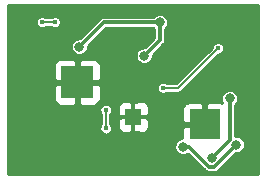
<source format=gbl>
G04 #@! TF.GenerationSoftware,KiCad,Pcbnew,(5.1.9)-1*
G04 #@! TF.CreationDate,2022-12-29T17:40:02+01:00*
G04 #@! TF.ProjectId,FallerCarSystem_v2,46616c6c-6572-4436-9172-53797374656d,rev?*
G04 #@! TF.SameCoordinates,Original*
G04 #@! TF.FileFunction,Copper,L2,Bot*
G04 #@! TF.FilePolarity,Positive*
%FSLAX46Y46*%
G04 Gerber Fmt 4.6, Leading zero omitted, Abs format (unit mm)*
G04 Created by KiCad (PCBNEW (5.1.9)-1) date 2022-12-29 17:40:02*
%MOMM*%
%LPD*%
G01*
G04 APERTURE LIST*
G04 #@! TA.AperFunction,SMDPad,CuDef*
%ADD10R,2.500000X2.500000*%
G04 #@! TD*
G04 #@! TA.AperFunction,ComponentPad*
%ADD11C,0.500000*%
G04 #@! TD*
G04 #@! TA.AperFunction,SMDPad,CuDef*
%ADD12R,1.360000X1.460000*%
G04 #@! TD*
G04 #@! TA.AperFunction,ComponentPad*
%ADD13C,0.400000*%
G04 #@! TD*
G04 #@! TA.AperFunction,SMDPad,CuDef*
%ADD14R,2.700000X2.700000*%
G04 #@! TD*
G04 #@! TA.AperFunction,ViaPad*
%ADD15C,0.800000*%
G04 #@! TD*
G04 #@! TA.AperFunction,ViaPad*
%ADD16C,0.400000*%
G04 #@! TD*
G04 #@! TA.AperFunction,Conductor*
%ADD17C,0.300000*%
G04 #@! TD*
G04 #@! TA.AperFunction,Conductor*
%ADD18C,0.127000*%
G04 #@! TD*
G04 #@! TA.AperFunction,Conductor*
%ADD19C,0.254000*%
G04 #@! TD*
G04 #@! TA.AperFunction,Conductor*
%ADD20C,0.100000*%
G04 #@! TD*
G04 APERTURE END LIST*
D10*
X157470000Y-65542000D03*
D11*
X156470000Y-64542000D03*
X158470000Y-64542000D03*
X156470000Y-66542000D03*
X158470000Y-66542000D03*
D12*
X151434800Y-64922400D03*
D13*
X151884800Y-64422400D03*
X151884800Y-65422400D03*
X150984800Y-65422400D03*
X150984800Y-64422400D03*
D11*
X145585000Y-60876000D03*
X147785000Y-60876000D03*
X145585000Y-63076000D03*
X147785000Y-63076000D03*
D14*
X146685000Y-61976000D03*
D15*
X158068086Y-68406077D03*
X159595390Y-63331314D03*
D16*
X158597600Y-59105800D03*
X153974800Y-62458600D03*
X144776363Y-56883990D03*
X143713200Y-56896000D03*
D15*
X160528000Y-58674000D03*
X148467954Y-59088115D03*
D16*
X146320610Y-56905990D03*
D15*
X150774400Y-59823300D03*
D16*
X152149251Y-56188077D03*
X150933884Y-56184800D03*
X154314026Y-57983728D03*
X142494000Y-56794400D03*
X142494000Y-58775600D03*
X142494000Y-60807600D03*
X142494000Y-62839600D03*
X142494000Y-64922400D03*
X142494000Y-66954400D03*
X142494000Y-68986400D03*
X145669000Y-68072000D03*
X147701000Y-68072000D03*
X149733000Y-68122800D03*
X147701000Y-66192400D03*
X150495000Y-57683400D03*
X161953966Y-64820800D03*
X160127202Y-69133198D03*
X156083000Y-69138800D03*
D15*
X151891986Y-66497200D03*
X159976042Y-62483020D03*
X157988000Y-55943500D03*
X153668981Y-56896000D03*
X146862800Y-58978800D03*
X152349200Y-59740800D03*
D16*
X149098000Y-65887600D03*
X149100779Y-64312004D03*
D15*
X155625800Y-67437000D03*
X160172400Y-67259200D03*
D17*
X158068086Y-68406077D02*
X159595390Y-66878773D01*
X159595390Y-66878773D02*
X159595390Y-63331314D01*
D18*
X158597600Y-59105800D02*
X155244800Y-62458600D01*
X155244800Y-62458600D02*
X153974800Y-62458600D01*
X143725210Y-56883990D02*
X143713200Y-56896000D01*
X144776363Y-56883990D02*
X143725210Y-56883990D01*
D17*
X151434800Y-64922400D02*
X151434800Y-63449200D01*
X151434800Y-64922400D02*
X151434800Y-66395600D01*
X151434800Y-64922400D02*
X152755600Y-64922400D01*
D18*
X152349200Y-56184800D02*
X150933884Y-56184800D01*
D17*
X151434800Y-64922400D02*
X149936200Y-64922400D01*
X148945600Y-56896000D02*
X153668981Y-56896000D01*
X146862800Y-58978800D02*
X148945600Y-56896000D01*
X153668981Y-58421019D02*
X153668981Y-56896000D01*
X152349200Y-59740800D02*
X153668981Y-58421019D01*
D18*
X149098000Y-64314783D02*
X149100779Y-64312004D01*
X149098000Y-65887600D02*
X149098000Y-64314783D01*
D17*
X158301599Y-69130001D02*
X160172400Y-67259200D01*
X157826801Y-69130001D02*
X158301599Y-69130001D01*
X156133800Y-67437000D02*
X157826801Y-69130001D01*
X155625800Y-67437000D02*
X156133800Y-67437000D01*
D19*
X161954001Y-69766000D02*
X140814000Y-69766000D01*
X140814000Y-67365397D01*
X154898800Y-67365397D01*
X154898800Y-67508603D01*
X154926738Y-67649058D01*
X154981541Y-67781364D01*
X155061102Y-67900436D01*
X155162364Y-68001698D01*
X155281436Y-68081259D01*
X155413742Y-68136062D01*
X155554197Y-68164000D01*
X155697403Y-68164000D01*
X155837858Y-68136062D01*
X155970164Y-68081259D01*
X156050081Y-68027860D01*
X157472950Y-69450730D01*
X157487880Y-69468922D01*
X157560512Y-69528530D01*
X157643378Y-69572823D01*
X157733293Y-69600098D01*
X157803378Y-69607001D01*
X157803386Y-69607001D01*
X157826801Y-69609307D01*
X157850216Y-69607001D01*
X158278184Y-69607001D01*
X158301599Y-69609307D01*
X158325014Y-69607001D01*
X158325022Y-69607001D01*
X158395107Y-69600098D01*
X158485022Y-69572823D01*
X158567888Y-69528530D01*
X158640520Y-69468922D01*
X158655454Y-69450725D01*
X160119980Y-67986200D01*
X160244003Y-67986200D01*
X160384458Y-67958262D01*
X160516764Y-67903459D01*
X160635836Y-67823898D01*
X160737098Y-67722636D01*
X160816659Y-67603564D01*
X160871462Y-67471258D01*
X160899400Y-67330803D01*
X160899400Y-67187597D01*
X160871462Y-67047142D01*
X160816659Y-66914836D01*
X160737098Y-66795764D01*
X160635836Y-66694502D01*
X160516764Y-66614941D01*
X160384458Y-66560138D01*
X160244003Y-66532200D01*
X160100797Y-66532200D01*
X160072390Y-66537850D01*
X160072390Y-63882448D01*
X160160088Y-63794750D01*
X160239649Y-63675678D01*
X160294452Y-63543372D01*
X160322390Y-63402917D01*
X160322390Y-63259711D01*
X160294452Y-63119256D01*
X160239649Y-62986950D01*
X160160088Y-62867878D01*
X160058826Y-62766616D01*
X159939754Y-62687055D01*
X159807448Y-62632252D01*
X159666993Y-62604314D01*
X159523787Y-62604314D01*
X159383332Y-62632252D01*
X159251026Y-62687055D01*
X159131954Y-62766616D01*
X159030692Y-62867878D01*
X158951131Y-62986950D01*
X158896328Y-63119256D01*
X158868390Y-63259711D01*
X158868390Y-63402917D01*
X158896328Y-63543372D01*
X158951131Y-63675678D01*
X158971758Y-63706549D01*
X158964180Y-63702498D01*
X158844482Y-63666188D01*
X158720000Y-63653928D01*
X157755750Y-63657000D01*
X157597000Y-63815750D01*
X157597000Y-64394680D01*
X157584887Y-64455998D01*
X157585116Y-64630328D01*
X157597000Y-64689665D01*
X157597000Y-65415000D01*
X157617000Y-65415000D01*
X157617000Y-65669000D01*
X157597000Y-65669000D01*
X157597000Y-65689000D01*
X157343000Y-65689000D01*
X157343000Y-65669000D01*
X156617320Y-65669000D01*
X156556002Y-65656887D01*
X156381672Y-65657116D01*
X156322335Y-65669000D01*
X155743750Y-65669000D01*
X155585000Y-65827750D01*
X155582189Y-66710000D01*
X155554197Y-66710000D01*
X155413742Y-66737938D01*
X155281436Y-66792741D01*
X155162364Y-66872302D01*
X155061102Y-66973564D01*
X154981541Y-67092636D01*
X154926738Y-67224942D01*
X154898800Y-67365397D01*
X140814000Y-67365397D01*
X140814000Y-65835695D01*
X148571000Y-65835695D01*
X148571000Y-65939505D01*
X148591252Y-66041320D01*
X148630979Y-66137228D01*
X148688652Y-66223543D01*
X148762057Y-66296948D01*
X148848372Y-66354621D01*
X148944280Y-66394348D01*
X149046095Y-66414600D01*
X149149905Y-66414600D01*
X149251720Y-66394348D01*
X149347628Y-66354621D01*
X149433943Y-66296948D01*
X149507348Y-66223543D01*
X149565021Y-66137228D01*
X149604748Y-66041320D01*
X149625000Y-65939505D01*
X149625000Y-65835695D01*
X149604748Y-65733880D01*
X149565021Y-65637972D01*
X149507348Y-65551657D01*
X149488500Y-65532809D01*
X149488500Y-64669574D01*
X149510127Y-64647947D01*
X149567800Y-64561632D01*
X149607527Y-64465724D01*
X149627779Y-64363909D01*
X149627779Y-64260099D01*
X149614314Y-64192400D01*
X150116728Y-64192400D01*
X150119800Y-64636650D01*
X150205122Y-64721972D01*
X150225872Y-64780192D01*
X150265669Y-64854647D01*
X150369927Y-64851559D01*
X150302139Y-64919347D01*
X150305192Y-64922400D01*
X150302139Y-64925453D01*
X150369927Y-64993241D01*
X150265669Y-64990153D01*
X150200545Y-65127405D01*
X150119800Y-65208150D01*
X150116728Y-65652400D01*
X150128988Y-65776882D01*
X150165298Y-65896580D01*
X150224263Y-66006894D01*
X150303615Y-66103585D01*
X150400306Y-66182937D01*
X150510620Y-66241902D01*
X150630318Y-66278212D01*
X150754800Y-66290472D01*
X151149050Y-66287400D01*
X151206684Y-66229766D01*
X151342592Y-66181328D01*
X151417047Y-66141531D01*
X151414982Y-66071826D01*
X151434800Y-66052008D01*
X151454618Y-66071826D01*
X151452553Y-66141531D01*
X151601154Y-66212040D01*
X151660011Y-66226861D01*
X151720550Y-66287400D01*
X152114800Y-66290472D01*
X152239282Y-66278212D01*
X152358980Y-66241902D01*
X152469294Y-66182937D01*
X152565985Y-66103585D01*
X152645337Y-66006894D01*
X152704302Y-65896580D01*
X152740612Y-65776882D01*
X152752872Y-65652400D01*
X152749800Y-65208150D01*
X152664478Y-65122828D01*
X152643728Y-65064608D01*
X152603931Y-64990153D01*
X152499673Y-64993241D01*
X152567461Y-64925453D01*
X152564408Y-64922400D01*
X152567461Y-64919347D01*
X152499673Y-64851559D01*
X152603931Y-64854647D01*
X152669055Y-64717395D01*
X152749800Y-64636650D01*
X152752183Y-64292000D01*
X155581928Y-64292000D01*
X155585000Y-65256250D01*
X155743750Y-65415000D01*
X156322680Y-65415000D01*
X156383998Y-65427113D01*
X156558328Y-65426884D01*
X156617665Y-65415000D01*
X157343000Y-65415000D01*
X157343000Y-64689320D01*
X157355113Y-64628002D01*
X157354884Y-64453672D01*
X157343000Y-64394335D01*
X157343000Y-63815750D01*
X157184250Y-63657000D01*
X156220000Y-63653928D01*
X156095518Y-63666188D01*
X155975820Y-63702498D01*
X155865506Y-63761463D01*
X155768815Y-63840815D01*
X155689463Y-63937506D01*
X155630498Y-64047820D01*
X155594188Y-64167518D01*
X155581928Y-64292000D01*
X152752183Y-64292000D01*
X152752872Y-64192400D01*
X152740612Y-64067918D01*
X152704302Y-63948220D01*
X152645337Y-63837906D01*
X152565985Y-63741215D01*
X152469294Y-63661863D01*
X152358980Y-63602898D01*
X152239282Y-63566588D01*
X152114800Y-63554328D01*
X151720550Y-63557400D01*
X151662916Y-63615034D01*
X151527008Y-63663472D01*
X151452553Y-63703269D01*
X151454618Y-63772974D01*
X151434800Y-63792792D01*
X151414982Y-63772974D01*
X151417047Y-63703269D01*
X151268446Y-63632760D01*
X151209589Y-63617939D01*
X151149050Y-63557400D01*
X150754800Y-63554328D01*
X150630318Y-63566588D01*
X150510620Y-63602898D01*
X150400306Y-63661863D01*
X150303615Y-63741215D01*
X150224263Y-63837906D01*
X150165298Y-63948220D01*
X150128988Y-64067918D01*
X150116728Y-64192400D01*
X149614314Y-64192400D01*
X149607527Y-64158284D01*
X149567800Y-64062376D01*
X149510127Y-63976061D01*
X149436722Y-63902656D01*
X149350407Y-63844983D01*
X149254499Y-63805256D01*
X149152684Y-63785004D01*
X149048874Y-63785004D01*
X148947059Y-63805256D01*
X148851151Y-63844983D01*
X148764836Y-63902656D01*
X148691431Y-63976061D01*
X148633758Y-64062376D01*
X148594031Y-64158284D01*
X148573779Y-64260099D01*
X148573779Y-64363909D01*
X148594031Y-64465724D01*
X148633758Y-64561632D01*
X148691431Y-64647947D01*
X148707501Y-64664017D01*
X148707500Y-65532809D01*
X148688652Y-65551657D01*
X148630979Y-65637972D01*
X148591252Y-65733880D01*
X148571000Y-65835695D01*
X140814000Y-65835695D01*
X140814000Y-63326000D01*
X144696928Y-63326000D01*
X144709188Y-63450482D01*
X144745498Y-63570180D01*
X144804463Y-63680494D01*
X144883815Y-63777185D01*
X144980506Y-63856537D01*
X145090820Y-63915502D01*
X145210518Y-63951812D01*
X145335000Y-63964072D01*
X146399250Y-63961000D01*
X146558000Y-63802250D01*
X146558000Y-62103000D01*
X146812000Y-62103000D01*
X146812000Y-63802250D01*
X146970750Y-63961000D01*
X148035000Y-63964072D01*
X148159482Y-63951812D01*
X148279180Y-63915502D01*
X148389494Y-63856537D01*
X148486185Y-63777185D01*
X148565537Y-63680494D01*
X148624502Y-63570180D01*
X148660812Y-63450482D01*
X148673072Y-63326000D01*
X148670419Y-62406695D01*
X153447800Y-62406695D01*
X153447800Y-62510505D01*
X153468052Y-62612320D01*
X153507779Y-62708228D01*
X153565452Y-62794543D01*
X153638857Y-62867948D01*
X153725172Y-62925621D01*
X153821080Y-62965348D01*
X153922895Y-62985600D01*
X154026705Y-62985600D01*
X154128520Y-62965348D01*
X154224428Y-62925621D01*
X154310743Y-62867948D01*
X154329591Y-62849100D01*
X155225622Y-62849100D01*
X155244800Y-62850989D01*
X155263978Y-62849100D01*
X155321351Y-62843449D01*
X155394961Y-62821120D01*
X155462800Y-62784860D01*
X155522261Y-62736061D01*
X155534490Y-62721160D01*
X158622850Y-59632800D01*
X158649505Y-59632800D01*
X158751320Y-59612548D01*
X158847228Y-59572821D01*
X158933543Y-59515148D01*
X159006948Y-59441743D01*
X159064621Y-59355428D01*
X159104348Y-59259520D01*
X159124600Y-59157705D01*
X159124600Y-59053895D01*
X159104348Y-58952080D01*
X159064621Y-58856172D01*
X159006948Y-58769857D01*
X158933543Y-58696452D01*
X158847228Y-58638779D01*
X158751320Y-58599052D01*
X158649505Y-58578800D01*
X158545695Y-58578800D01*
X158443880Y-58599052D01*
X158347972Y-58638779D01*
X158261657Y-58696452D01*
X158188252Y-58769857D01*
X158130579Y-58856172D01*
X158090852Y-58952080D01*
X158070600Y-59053895D01*
X158070600Y-59080550D01*
X155083050Y-62068100D01*
X154329591Y-62068100D01*
X154310743Y-62049252D01*
X154224428Y-61991579D01*
X154128520Y-61951852D01*
X154026705Y-61931600D01*
X153922895Y-61931600D01*
X153821080Y-61951852D01*
X153725172Y-61991579D01*
X153638857Y-62049252D01*
X153565452Y-62122657D01*
X153507779Y-62208972D01*
X153468052Y-62304880D01*
X153447800Y-62406695D01*
X148670419Y-62406695D01*
X148670000Y-62261750D01*
X148511250Y-62103000D01*
X146812000Y-62103000D01*
X146558000Y-62103000D01*
X144858750Y-62103000D01*
X144700000Y-62261750D01*
X144696928Y-63326000D01*
X140814000Y-63326000D01*
X140814000Y-60626000D01*
X144696928Y-60626000D01*
X144700000Y-61690250D01*
X144858750Y-61849000D01*
X146558000Y-61849000D01*
X146558000Y-60149750D01*
X146812000Y-60149750D01*
X146812000Y-61849000D01*
X148511250Y-61849000D01*
X148670000Y-61690250D01*
X148673072Y-60626000D01*
X148660812Y-60501518D01*
X148624502Y-60381820D01*
X148565537Y-60271506D01*
X148486185Y-60174815D01*
X148389494Y-60095463D01*
X148279180Y-60036498D01*
X148159482Y-60000188D01*
X148035000Y-59987928D01*
X146970750Y-59991000D01*
X146812000Y-60149750D01*
X146558000Y-60149750D01*
X146399250Y-59991000D01*
X145335000Y-59987928D01*
X145210518Y-60000188D01*
X145090820Y-60036498D01*
X144980506Y-60095463D01*
X144883815Y-60174815D01*
X144804463Y-60271506D01*
X144745498Y-60381820D01*
X144709188Y-60501518D01*
X144696928Y-60626000D01*
X140814000Y-60626000D01*
X140814000Y-58907197D01*
X146135800Y-58907197D01*
X146135800Y-59050403D01*
X146163738Y-59190858D01*
X146218541Y-59323164D01*
X146298102Y-59442236D01*
X146399364Y-59543498D01*
X146518436Y-59623059D01*
X146650742Y-59677862D01*
X146791197Y-59705800D01*
X146934403Y-59705800D01*
X147074858Y-59677862D01*
X147207164Y-59623059D01*
X147326236Y-59543498D01*
X147427498Y-59442236D01*
X147507059Y-59323164D01*
X147561862Y-59190858D01*
X147589800Y-59050403D01*
X147589800Y-58926379D01*
X149143180Y-57373000D01*
X153117847Y-57373000D01*
X153191982Y-57447135D01*
X153191981Y-58223439D01*
X152401621Y-59013800D01*
X152277597Y-59013800D01*
X152137142Y-59041738D01*
X152004836Y-59096541D01*
X151885764Y-59176102D01*
X151784502Y-59277364D01*
X151704941Y-59396436D01*
X151650138Y-59528742D01*
X151622200Y-59669197D01*
X151622200Y-59812403D01*
X151650138Y-59952858D01*
X151704941Y-60085164D01*
X151784502Y-60204236D01*
X151885764Y-60305498D01*
X152004836Y-60385059D01*
X152137142Y-60439862D01*
X152277597Y-60467800D01*
X152420803Y-60467800D01*
X152561258Y-60439862D01*
X152693564Y-60385059D01*
X152812636Y-60305498D01*
X152913898Y-60204236D01*
X152993459Y-60085164D01*
X153048262Y-59952858D01*
X153076200Y-59812403D01*
X153076200Y-59688379D01*
X153989710Y-58774870D01*
X154007902Y-58759940D01*
X154067510Y-58687308D01*
X154111803Y-58604442D01*
X154139078Y-58514527D01*
X154145981Y-58444442D01*
X154145981Y-58444435D01*
X154148287Y-58421020D01*
X154145981Y-58397605D01*
X154145981Y-57447134D01*
X154233679Y-57359436D01*
X154313240Y-57240364D01*
X154368043Y-57108058D01*
X154395981Y-56967603D01*
X154395981Y-56824397D01*
X154368043Y-56683942D01*
X154313240Y-56551636D01*
X154233679Y-56432564D01*
X154132417Y-56331302D01*
X154013345Y-56251741D01*
X153881039Y-56196938D01*
X153740584Y-56169000D01*
X153597378Y-56169000D01*
X153456923Y-56196938D01*
X153324617Y-56251741D01*
X153205545Y-56331302D01*
X153117847Y-56419000D01*
X148969014Y-56419000D01*
X148945599Y-56416694D01*
X148922184Y-56419000D01*
X148922177Y-56419000D01*
X148852092Y-56425903D01*
X148762177Y-56453178D01*
X148679311Y-56497471D01*
X148606679Y-56557079D01*
X148591749Y-56575271D01*
X146915221Y-58251800D01*
X146791197Y-58251800D01*
X146650742Y-58279738D01*
X146518436Y-58334541D01*
X146399364Y-58414102D01*
X146298102Y-58515364D01*
X146218541Y-58634436D01*
X146163738Y-58766742D01*
X146135800Y-58907197D01*
X140814000Y-58907197D01*
X140814000Y-56844095D01*
X143186200Y-56844095D01*
X143186200Y-56947905D01*
X143206452Y-57049720D01*
X143246179Y-57145628D01*
X143303852Y-57231943D01*
X143377257Y-57305348D01*
X143463572Y-57363021D01*
X143559480Y-57402748D01*
X143661295Y-57423000D01*
X143765105Y-57423000D01*
X143866920Y-57402748D01*
X143962828Y-57363021D01*
X144049143Y-57305348D01*
X144080001Y-57274490D01*
X144421572Y-57274490D01*
X144440420Y-57293338D01*
X144526735Y-57351011D01*
X144622643Y-57390738D01*
X144724458Y-57410990D01*
X144828268Y-57410990D01*
X144930083Y-57390738D01*
X145025991Y-57351011D01*
X145112306Y-57293338D01*
X145185711Y-57219933D01*
X145243384Y-57133618D01*
X145283111Y-57037710D01*
X145303363Y-56935895D01*
X145303363Y-56832085D01*
X145283111Y-56730270D01*
X145243384Y-56634362D01*
X145185711Y-56548047D01*
X145112306Y-56474642D01*
X145025991Y-56416969D01*
X144930083Y-56377242D01*
X144828268Y-56356990D01*
X144724458Y-56356990D01*
X144622643Y-56377242D01*
X144526735Y-56416969D01*
X144440420Y-56474642D01*
X144421572Y-56493490D01*
X144055981Y-56493490D01*
X144049143Y-56486652D01*
X143962828Y-56428979D01*
X143866920Y-56389252D01*
X143765105Y-56369000D01*
X143661295Y-56369000D01*
X143559480Y-56389252D01*
X143463572Y-56428979D01*
X143377257Y-56486652D01*
X143303852Y-56560057D01*
X143246179Y-56646372D01*
X143206452Y-56742280D01*
X143186200Y-56844095D01*
X140814000Y-56844095D01*
X140814000Y-55470000D01*
X161954000Y-55470000D01*
X161954001Y-69766000D01*
G04 #@! TA.AperFunction,Conductor*
D20*
G36*
X161954001Y-69766000D02*
G01*
X140814000Y-69766000D01*
X140814000Y-67365397D01*
X154898800Y-67365397D01*
X154898800Y-67508603D01*
X154926738Y-67649058D01*
X154981541Y-67781364D01*
X155061102Y-67900436D01*
X155162364Y-68001698D01*
X155281436Y-68081259D01*
X155413742Y-68136062D01*
X155554197Y-68164000D01*
X155697403Y-68164000D01*
X155837858Y-68136062D01*
X155970164Y-68081259D01*
X156050081Y-68027860D01*
X157472950Y-69450730D01*
X157487880Y-69468922D01*
X157560512Y-69528530D01*
X157643378Y-69572823D01*
X157733293Y-69600098D01*
X157803378Y-69607001D01*
X157803386Y-69607001D01*
X157826801Y-69609307D01*
X157850216Y-69607001D01*
X158278184Y-69607001D01*
X158301599Y-69609307D01*
X158325014Y-69607001D01*
X158325022Y-69607001D01*
X158395107Y-69600098D01*
X158485022Y-69572823D01*
X158567888Y-69528530D01*
X158640520Y-69468922D01*
X158655454Y-69450725D01*
X160119980Y-67986200D01*
X160244003Y-67986200D01*
X160384458Y-67958262D01*
X160516764Y-67903459D01*
X160635836Y-67823898D01*
X160737098Y-67722636D01*
X160816659Y-67603564D01*
X160871462Y-67471258D01*
X160899400Y-67330803D01*
X160899400Y-67187597D01*
X160871462Y-67047142D01*
X160816659Y-66914836D01*
X160737098Y-66795764D01*
X160635836Y-66694502D01*
X160516764Y-66614941D01*
X160384458Y-66560138D01*
X160244003Y-66532200D01*
X160100797Y-66532200D01*
X160072390Y-66537850D01*
X160072390Y-63882448D01*
X160160088Y-63794750D01*
X160239649Y-63675678D01*
X160294452Y-63543372D01*
X160322390Y-63402917D01*
X160322390Y-63259711D01*
X160294452Y-63119256D01*
X160239649Y-62986950D01*
X160160088Y-62867878D01*
X160058826Y-62766616D01*
X159939754Y-62687055D01*
X159807448Y-62632252D01*
X159666993Y-62604314D01*
X159523787Y-62604314D01*
X159383332Y-62632252D01*
X159251026Y-62687055D01*
X159131954Y-62766616D01*
X159030692Y-62867878D01*
X158951131Y-62986950D01*
X158896328Y-63119256D01*
X158868390Y-63259711D01*
X158868390Y-63402917D01*
X158896328Y-63543372D01*
X158951131Y-63675678D01*
X158971758Y-63706549D01*
X158964180Y-63702498D01*
X158844482Y-63666188D01*
X158720000Y-63653928D01*
X157755750Y-63657000D01*
X157597000Y-63815750D01*
X157597000Y-64394680D01*
X157584887Y-64455998D01*
X157585116Y-64630328D01*
X157597000Y-64689665D01*
X157597000Y-65415000D01*
X157617000Y-65415000D01*
X157617000Y-65669000D01*
X157597000Y-65669000D01*
X157597000Y-65689000D01*
X157343000Y-65689000D01*
X157343000Y-65669000D01*
X156617320Y-65669000D01*
X156556002Y-65656887D01*
X156381672Y-65657116D01*
X156322335Y-65669000D01*
X155743750Y-65669000D01*
X155585000Y-65827750D01*
X155582189Y-66710000D01*
X155554197Y-66710000D01*
X155413742Y-66737938D01*
X155281436Y-66792741D01*
X155162364Y-66872302D01*
X155061102Y-66973564D01*
X154981541Y-67092636D01*
X154926738Y-67224942D01*
X154898800Y-67365397D01*
X140814000Y-67365397D01*
X140814000Y-65835695D01*
X148571000Y-65835695D01*
X148571000Y-65939505D01*
X148591252Y-66041320D01*
X148630979Y-66137228D01*
X148688652Y-66223543D01*
X148762057Y-66296948D01*
X148848372Y-66354621D01*
X148944280Y-66394348D01*
X149046095Y-66414600D01*
X149149905Y-66414600D01*
X149251720Y-66394348D01*
X149347628Y-66354621D01*
X149433943Y-66296948D01*
X149507348Y-66223543D01*
X149565021Y-66137228D01*
X149604748Y-66041320D01*
X149625000Y-65939505D01*
X149625000Y-65835695D01*
X149604748Y-65733880D01*
X149565021Y-65637972D01*
X149507348Y-65551657D01*
X149488500Y-65532809D01*
X149488500Y-64669574D01*
X149510127Y-64647947D01*
X149567800Y-64561632D01*
X149607527Y-64465724D01*
X149627779Y-64363909D01*
X149627779Y-64260099D01*
X149614314Y-64192400D01*
X150116728Y-64192400D01*
X150119800Y-64636650D01*
X150205122Y-64721972D01*
X150225872Y-64780192D01*
X150265669Y-64854647D01*
X150369927Y-64851559D01*
X150302139Y-64919347D01*
X150305192Y-64922400D01*
X150302139Y-64925453D01*
X150369927Y-64993241D01*
X150265669Y-64990153D01*
X150200545Y-65127405D01*
X150119800Y-65208150D01*
X150116728Y-65652400D01*
X150128988Y-65776882D01*
X150165298Y-65896580D01*
X150224263Y-66006894D01*
X150303615Y-66103585D01*
X150400306Y-66182937D01*
X150510620Y-66241902D01*
X150630318Y-66278212D01*
X150754800Y-66290472D01*
X151149050Y-66287400D01*
X151206684Y-66229766D01*
X151342592Y-66181328D01*
X151417047Y-66141531D01*
X151414982Y-66071826D01*
X151434800Y-66052008D01*
X151454618Y-66071826D01*
X151452553Y-66141531D01*
X151601154Y-66212040D01*
X151660011Y-66226861D01*
X151720550Y-66287400D01*
X152114800Y-66290472D01*
X152239282Y-66278212D01*
X152358980Y-66241902D01*
X152469294Y-66182937D01*
X152565985Y-66103585D01*
X152645337Y-66006894D01*
X152704302Y-65896580D01*
X152740612Y-65776882D01*
X152752872Y-65652400D01*
X152749800Y-65208150D01*
X152664478Y-65122828D01*
X152643728Y-65064608D01*
X152603931Y-64990153D01*
X152499673Y-64993241D01*
X152567461Y-64925453D01*
X152564408Y-64922400D01*
X152567461Y-64919347D01*
X152499673Y-64851559D01*
X152603931Y-64854647D01*
X152669055Y-64717395D01*
X152749800Y-64636650D01*
X152752183Y-64292000D01*
X155581928Y-64292000D01*
X155585000Y-65256250D01*
X155743750Y-65415000D01*
X156322680Y-65415000D01*
X156383998Y-65427113D01*
X156558328Y-65426884D01*
X156617665Y-65415000D01*
X157343000Y-65415000D01*
X157343000Y-64689320D01*
X157355113Y-64628002D01*
X157354884Y-64453672D01*
X157343000Y-64394335D01*
X157343000Y-63815750D01*
X157184250Y-63657000D01*
X156220000Y-63653928D01*
X156095518Y-63666188D01*
X155975820Y-63702498D01*
X155865506Y-63761463D01*
X155768815Y-63840815D01*
X155689463Y-63937506D01*
X155630498Y-64047820D01*
X155594188Y-64167518D01*
X155581928Y-64292000D01*
X152752183Y-64292000D01*
X152752872Y-64192400D01*
X152740612Y-64067918D01*
X152704302Y-63948220D01*
X152645337Y-63837906D01*
X152565985Y-63741215D01*
X152469294Y-63661863D01*
X152358980Y-63602898D01*
X152239282Y-63566588D01*
X152114800Y-63554328D01*
X151720550Y-63557400D01*
X151662916Y-63615034D01*
X151527008Y-63663472D01*
X151452553Y-63703269D01*
X151454618Y-63772974D01*
X151434800Y-63792792D01*
X151414982Y-63772974D01*
X151417047Y-63703269D01*
X151268446Y-63632760D01*
X151209589Y-63617939D01*
X151149050Y-63557400D01*
X150754800Y-63554328D01*
X150630318Y-63566588D01*
X150510620Y-63602898D01*
X150400306Y-63661863D01*
X150303615Y-63741215D01*
X150224263Y-63837906D01*
X150165298Y-63948220D01*
X150128988Y-64067918D01*
X150116728Y-64192400D01*
X149614314Y-64192400D01*
X149607527Y-64158284D01*
X149567800Y-64062376D01*
X149510127Y-63976061D01*
X149436722Y-63902656D01*
X149350407Y-63844983D01*
X149254499Y-63805256D01*
X149152684Y-63785004D01*
X149048874Y-63785004D01*
X148947059Y-63805256D01*
X148851151Y-63844983D01*
X148764836Y-63902656D01*
X148691431Y-63976061D01*
X148633758Y-64062376D01*
X148594031Y-64158284D01*
X148573779Y-64260099D01*
X148573779Y-64363909D01*
X148594031Y-64465724D01*
X148633758Y-64561632D01*
X148691431Y-64647947D01*
X148707501Y-64664017D01*
X148707500Y-65532809D01*
X148688652Y-65551657D01*
X148630979Y-65637972D01*
X148591252Y-65733880D01*
X148571000Y-65835695D01*
X140814000Y-65835695D01*
X140814000Y-63326000D01*
X144696928Y-63326000D01*
X144709188Y-63450482D01*
X144745498Y-63570180D01*
X144804463Y-63680494D01*
X144883815Y-63777185D01*
X144980506Y-63856537D01*
X145090820Y-63915502D01*
X145210518Y-63951812D01*
X145335000Y-63964072D01*
X146399250Y-63961000D01*
X146558000Y-63802250D01*
X146558000Y-62103000D01*
X146812000Y-62103000D01*
X146812000Y-63802250D01*
X146970750Y-63961000D01*
X148035000Y-63964072D01*
X148159482Y-63951812D01*
X148279180Y-63915502D01*
X148389494Y-63856537D01*
X148486185Y-63777185D01*
X148565537Y-63680494D01*
X148624502Y-63570180D01*
X148660812Y-63450482D01*
X148673072Y-63326000D01*
X148670419Y-62406695D01*
X153447800Y-62406695D01*
X153447800Y-62510505D01*
X153468052Y-62612320D01*
X153507779Y-62708228D01*
X153565452Y-62794543D01*
X153638857Y-62867948D01*
X153725172Y-62925621D01*
X153821080Y-62965348D01*
X153922895Y-62985600D01*
X154026705Y-62985600D01*
X154128520Y-62965348D01*
X154224428Y-62925621D01*
X154310743Y-62867948D01*
X154329591Y-62849100D01*
X155225622Y-62849100D01*
X155244800Y-62850989D01*
X155263978Y-62849100D01*
X155321351Y-62843449D01*
X155394961Y-62821120D01*
X155462800Y-62784860D01*
X155522261Y-62736061D01*
X155534490Y-62721160D01*
X158622850Y-59632800D01*
X158649505Y-59632800D01*
X158751320Y-59612548D01*
X158847228Y-59572821D01*
X158933543Y-59515148D01*
X159006948Y-59441743D01*
X159064621Y-59355428D01*
X159104348Y-59259520D01*
X159124600Y-59157705D01*
X159124600Y-59053895D01*
X159104348Y-58952080D01*
X159064621Y-58856172D01*
X159006948Y-58769857D01*
X158933543Y-58696452D01*
X158847228Y-58638779D01*
X158751320Y-58599052D01*
X158649505Y-58578800D01*
X158545695Y-58578800D01*
X158443880Y-58599052D01*
X158347972Y-58638779D01*
X158261657Y-58696452D01*
X158188252Y-58769857D01*
X158130579Y-58856172D01*
X158090852Y-58952080D01*
X158070600Y-59053895D01*
X158070600Y-59080550D01*
X155083050Y-62068100D01*
X154329591Y-62068100D01*
X154310743Y-62049252D01*
X154224428Y-61991579D01*
X154128520Y-61951852D01*
X154026705Y-61931600D01*
X153922895Y-61931600D01*
X153821080Y-61951852D01*
X153725172Y-61991579D01*
X153638857Y-62049252D01*
X153565452Y-62122657D01*
X153507779Y-62208972D01*
X153468052Y-62304880D01*
X153447800Y-62406695D01*
X148670419Y-62406695D01*
X148670000Y-62261750D01*
X148511250Y-62103000D01*
X146812000Y-62103000D01*
X146558000Y-62103000D01*
X144858750Y-62103000D01*
X144700000Y-62261750D01*
X144696928Y-63326000D01*
X140814000Y-63326000D01*
X140814000Y-60626000D01*
X144696928Y-60626000D01*
X144700000Y-61690250D01*
X144858750Y-61849000D01*
X146558000Y-61849000D01*
X146558000Y-60149750D01*
X146812000Y-60149750D01*
X146812000Y-61849000D01*
X148511250Y-61849000D01*
X148670000Y-61690250D01*
X148673072Y-60626000D01*
X148660812Y-60501518D01*
X148624502Y-60381820D01*
X148565537Y-60271506D01*
X148486185Y-60174815D01*
X148389494Y-60095463D01*
X148279180Y-60036498D01*
X148159482Y-60000188D01*
X148035000Y-59987928D01*
X146970750Y-59991000D01*
X146812000Y-60149750D01*
X146558000Y-60149750D01*
X146399250Y-59991000D01*
X145335000Y-59987928D01*
X145210518Y-60000188D01*
X145090820Y-60036498D01*
X144980506Y-60095463D01*
X144883815Y-60174815D01*
X144804463Y-60271506D01*
X144745498Y-60381820D01*
X144709188Y-60501518D01*
X144696928Y-60626000D01*
X140814000Y-60626000D01*
X140814000Y-58907197D01*
X146135800Y-58907197D01*
X146135800Y-59050403D01*
X146163738Y-59190858D01*
X146218541Y-59323164D01*
X146298102Y-59442236D01*
X146399364Y-59543498D01*
X146518436Y-59623059D01*
X146650742Y-59677862D01*
X146791197Y-59705800D01*
X146934403Y-59705800D01*
X147074858Y-59677862D01*
X147207164Y-59623059D01*
X147326236Y-59543498D01*
X147427498Y-59442236D01*
X147507059Y-59323164D01*
X147561862Y-59190858D01*
X147589800Y-59050403D01*
X147589800Y-58926379D01*
X149143180Y-57373000D01*
X153117847Y-57373000D01*
X153191982Y-57447135D01*
X153191981Y-58223439D01*
X152401621Y-59013800D01*
X152277597Y-59013800D01*
X152137142Y-59041738D01*
X152004836Y-59096541D01*
X151885764Y-59176102D01*
X151784502Y-59277364D01*
X151704941Y-59396436D01*
X151650138Y-59528742D01*
X151622200Y-59669197D01*
X151622200Y-59812403D01*
X151650138Y-59952858D01*
X151704941Y-60085164D01*
X151784502Y-60204236D01*
X151885764Y-60305498D01*
X152004836Y-60385059D01*
X152137142Y-60439862D01*
X152277597Y-60467800D01*
X152420803Y-60467800D01*
X152561258Y-60439862D01*
X152693564Y-60385059D01*
X152812636Y-60305498D01*
X152913898Y-60204236D01*
X152993459Y-60085164D01*
X153048262Y-59952858D01*
X153076200Y-59812403D01*
X153076200Y-59688379D01*
X153989710Y-58774870D01*
X154007902Y-58759940D01*
X154067510Y-58687308D01*
X154111803Y-58604442D01*
X154139078Y-58514527D01*
X154145981Y-58444442D01*
X154145981Y-58444435D01*
X154148287Y-58421020D01*
X154145981Y-58397605D01*
X154145981Y-57447134D01*
X154233679Y-57359436D01*
X154313240Y-57240364D01*
X154368043Y-57108058D01*
X154395981Y-56967603D01*
X154395981Y-56824397D01*
X154368043Y-56683942D01*
X154313240Y-56551636D01*
X154233679Y-56432564D01*
X154132417Y-56331302D01*
X154013345Y-56251741D01*
X153881039Y-56196938D01*
X153740584Y-56169000D01*
X153597378Y-56169000D01*
X153456923Y-56196938D01*
X153324617Y-56251741D01*
X153205545Y-56331302D01*
X153117847Y-56419000D01*
X148969014Y-56419000D01*
X148945599Y-56416694D01*
X148922184Y-56419000D01*
X148922177Y-56419000D01*
X148852092Y-56425903D01*
X148762177Y-56453178D01*
X148679311Y-56497471D01*
X148606679Y-56557079D01*
X148591749Y-56575271D01*
X146915221Y-58251800D01*
X146791197Y-58251800D01*
X146650742Y-58279738D01*
X146518436Y-58334541D01*
X146399364Y-58414102D01*
X146298102Y-58515364D01*
X146218541Y-58634436D01*
X146163738Y-58766742D01*
X146135800Y-58907197D01*
X140814000Y-58907197D01*
X140814000Y-56844095D01*
X143186200Y-56844095D01*
X143186200Y-56947905D01*
X143206452Y-57049720D01*
X143246179Y-57145628D01*
X143303852Y-57231943D01*
X143377257Y-57305348D01*
X143463572Y-57363021D01*
X143559480Y-57402748D01*
X143661295Y-57423000D01*
X143765105Y-57423000D01*
X143866920Y-57402748D01*
X143962828Y-57363021D01*
X144049143Y-57305348D01*
X144080001Y-57274490D01*
X144421572Y-57274490D01*
X144440420Y-57293338D01*
X144526735Y-57351011D01*
X144622643Y-57390738D01*
X144724458Y-57410990D01*
X144828268Y-57410990D01*
X144930083Y-57390738D01*
X145025991Y-57351011D01*
X145112306Y-57293338D01*
X145185711Y-57219933D01*
X145243384Y-57133618D01*
X145283111Y-57037710D01*
X145303363Y-56935895D01*
X145303363Y-56832085D01*
X145283111Y-56730270D01*
X145243384Y-56634362D01*
X145185711Y-56548047D01*
X145112306Y-56474642D01*
X145025991Y-56416969D01*
X144930083Y-56377242D01*
X144828268Y-56356990D01*
X144724458Y-56356990D01*
X144622643Y-56377242D01*
X144526735Y-56416969D01*
X144440420Y-56474642D01*
X144421572Y-56493490D01*
X144055981Y-56493490D01*
X144049143Y-56486652D01*
X143962828Y-56428979D01*
X143866920Y-56389252D01*
X143765105Y-56369000D01*
X143661295Y-56369000D01*
X143559480Y-56389252D01*
X143463572Y-56428979D01*
X143377257Y-56486652D01*
X143303852Y-56560057D01*
X143246179Y-56646372D01*
X143206452Y-56742280D01*
X143186200Y-56844095D01*
X140814000Y-56844095D01*
X140814000Y-55470000D01*
X161954000Y-55470000D01*
X161954001Y-69766000D01*
G37*
G04 #@! TD.AperFunction*
M02*

</source>
